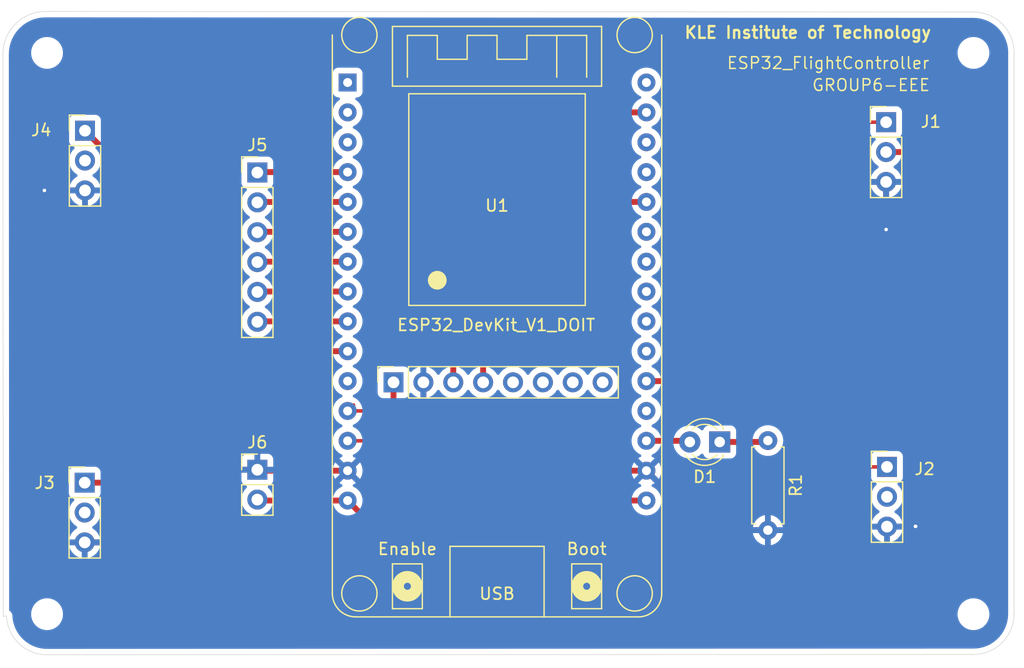
<source format=kicad_pcb>
(kicad_pcb (version 20240108) (generator "pcbnew") (generator_version "8.0")
  (title_block (title "ESP32 base Flight Controller") (date "2024-12-29") (rev "v0.1") (company "Group6-EEE_KLEIT"))
  (layers (0 "F.Cu" signal) (31 "B.Cu" signal) (34 "B.Paste" user) (35 "F.Paste" user) (36 "B.SilkS" user "B.Silkscreen") (37 "F.SilkS" user "F.Silkscreen") (38 "B.Mask" user) (39 "F.Mask" user) (44 "Edge.Cuts" user))
  (net 0 "")
  (net 1 "Net-(D1-A)")
  (net 2 "Net-(D1-K)")
  (net 21 "GND")
  (net 23 "SCL")
  (net 25 "VCC")
  (net 26 "SDA")
  (net 27 "/S1")
  (net 28 "/VIN")
  (net 29 "/S2")
  (net 30 "/S3")
  (net 31 "/S4")
  (net 32 "/T4")
  (net 33 "/T2")
  (net 34 "/T5")
  (net 35 "/T3")
  (net 36 "/T6")
  (net 37 "/T1")
  (footprint "MountingHole:MountingHole_2.2mm_M2" (layer "F.Cu") (at 100.625 73.925)
    (property "Reference" "H3" (hide yes))
    (property "Value" "MountingHole" (hide yes))
    (pad "" np_thru_hole circle (at 0 0) (size 2.2 2.2) (drill 2.2) (layers "*.Cu" "*.Mask"))
  )
  (footprint "Connector_PinHeader_2.54mm:PinHeader_1x02_P2.54mm_Vertical" (layer "F.Cu") (at 118.5 109.385)
    (property "Reference" "J6" (at 0 -2.33 0) (layer "F.SilkS"))
    (property "Value" "Conn_01x02_Pin" (hide yes))
    (fp_line (start -1.33 -1.33) (end 0 -1.33) (stroke (width 0.12)) (layer "F.SilkS"))
    (fp_line (start -1.33 0) (end -1.33 -1.33) (stroke (width 0.12)) (layer "F.SilkS"))
    (fp_line (start -1.33 1.27) (end -1.33 3.87) (stroke (width 0.12)) (layer "F.SilkS"))
    (fp_line (start -1.33 1.27) (end 1.33 1.27) (stroke (width 0.12)) (layer "F.SilkS"))
    (fp_line (start -1.33 3.87) (end 1.33 3.87) (stroke (width 0.12)) (layer "F.SilkS"))
    (fp_line (start 1.33 1.27) (end 1.33 3.87) (stroke (width 0.12)) (layer "F.SilkS"))
    (pad "1" thru_hole rect (at 0 0) (size 1.7 1.7) (drill 1) (layers "*.Cu" "*.Mask") (net 21 "GND"))
    (pad "2" thru_hole oval (at 0 2.54) (size 1.7 1.7) (drill 1) (layers "*.Cu" "*.Mask") (net 28 "/VIN"))
  )
  (footprint "Connector_PinHeader_2.54mm:PinHeader_1x06_P2.54mm_Vertical" (layer "F.Cu") (at 118.5 84.1)
    (property "Reference" "J5" (at 0 -2.33 0) (layer "F.SilkS"))
    (property "Value" "Conn_01x06_Pin" (hide yes))
    (fp_line (start -1.33 -1.33) (end 0 -1.33) (stroke (width 0.12)) (layer "F.SilkS"))
    (fp_line (start -1.33 0) (end -1.33 -1.33) (stroke (width 0.12)) (layer "F.SilkS"))
    (fp_line (start -1.33 1.27) (end -1.33 14.03) (stroke (width 0.12)) (layer "F.SilkS"))
    (fp_line (start -1.33 1.27) (end 1.33 1.27) (stroke (width 0.12)) (layer "F.SilkS"))
    (fp_line (start -1.33 14.03) (end 1.33 14.03) (stroke (width 0.12)) (layer "F.SilkS"))
    (fp_line (start 1.33 1.27) (end 1.33 14.03) (stroke (width 0.12)) (layer "F.SilkS"))
    (pad "1" thru_hole rect (at 0 0) (size 1.7 1.7) (drill 1) (layers "*.Cu" "*.Mask") (net 37 "/T1"))
    (pad "2" thru_hole oval (at 0 2.54) (size 1.7 1.7) (drill 1) (layers "*.Cu" "*.Mask") (net 33 "/T2"))
    (pad "3" thru_hole oval (at 0 5.08) (size 1.7 1.7) (drill 1) (layers "*.Cu" "*.Mask") (net 35 "/T3"))
    (pad "4" thru_hole oval (at 0 7.62) (size 1.7 1.7) (drill 1) (layers "*.Cu" "*.Mask") (net 32 "/T4"))
    (pad "5" thru_hole oval (at 0 10.16) (size 1.7 1.7) (drill 1) (layers "*.Cu" "*.Mask") (net 34 "/T5"))
    (pad "6" thru_hole oval (at 0 12.7) (size 1.7 1.7) (drill 1) (layers "*.Cu" "*.Mask") (net 36 "/T6"))
  )
  (footprint "MountingHole:MountingHole_2.2mm_M2" (layer "F.Cu") (at 100.625 121.675)
    (property "Reference" "H4" (hide yes))
    (property "Value" "MountingHole" (hide yes))
    (pad "" np_thru_hole circle (at 0 0) (size 2.2 2.2) (drill 2.2) (layers "*.Cu" "*.Mask"))
  )
  (footprint "Connector_PinHeader_2.54mm:PinHeader_1x03_P2.54mm_Vertical" (layer "F.Cu") (at 171.95 79.82)
    (property "Reference" "J1" (at 3.8 -0.045 0) (layer "F.SilkS"))
    (property "Value" "Conn_01x03_Pin" (hide yes))
    (fp_line (start -1.33 -1.33) (end 0 -1.33) (stroke (width 0.12)) (layer "F.SilkS"))
    (fp_line (start -1.33 0) (end -1.33 -1.33) (stroke (width 0.12)) (layer "F.SilkS"))
    (fp_line (start -1.33 1.27) (end -1.33 6.41) (stroke (width 0.12)) (layer "F.SilkS"))
    (fp_line (start -1.33 1.27) (end 1.33 1.27) (stroke (width 0.12)) (layer "F.SilkS"))
    (fp_line (start -1.33 6.41) (end 1.33 6.41) (stroke (width 0.12)) (layer "F.SilkS"))
    (fp_line (start 1.33 1.27) (end 1.33 6.41) (stroke (width 0.12)) (layer "F.SilkS"))
    (pad "1" thru_hole rect (at 0 0) (size 1.7 1.7) (drill 1) (layers "*.Cu" "*.Mask") (net 27 "/S1"))
    (pad "2" thru_hole oval (at 0 2.54) (size 1.7 1.7) (drill 1) (layers "*.Cu" "*.Mask") (net 28 "/VIN"))
    (pad "3" thru_hole oval (at 0 5.08) (size 1.7 1.7) (drill 1) (layers "*.Cu" "*.Mask") (net 21 "GND"))
  )
  (footprint "Connector_PinSocket_2.54mm:PinSocket_1x08_P2.54mm_Vertical" (layer "F.Cu") (at 130.075 101.95 90)
    (property "Reference" "J7")
    (property "Value" "Conn_01x08_Socket" (hide yes))
    (fp_line (start 1.33 -1.33) (end 1.33 0) (stroke (width 0.12)) (layer "F.SilkS"))
    (fp_line (start 0 -1.33) (end 1.33 -1.33) (stroke (width 0.12)) (layer "F.SilkS"))
    (fp_line (start 1.33 1.27) (end 1.33 19.11) (stroke (width 0.12)) (layer "F.SilkS"))
    (fp_line (start -1.33 1.27) (end 1.33 1.27) (stroke (width 0.12)) (layer "F.SilkS"))
    (fp_line (start -1.33 1.27) (end -1.33 19.11) (stroke (width 0.12)) (layer "F.SilkS"))
    (fp_line (start -1.33 19.11) (end 1.33 19.11) (stroke (width 0.12)) (layer "F.SilkS"))
    (pad "1" thru_hole rect (at 0 0 90) (size 1.7 1.7) (drill 1) (layers "*.Cu" "*.Mask") (net 25 "VCC"))
    (pad "2" thru_hole oval (at 0 2.54 90) (size 1.7 1.7) (drill 1) (layers "*.Cu" "*.Mask") (net 21 "GND"))
    (pad "3" thru_hole oval (at 0 5.08 90) (size 1.7 1.7) (drill 1) (layers "*.Cu" "*.Mask") (net 23 "SCL"))
    (pad "4" thru_hole oval (at 0 7.62 90) (size 1.7 1.7) (drill 1) (layers "*.Cu" "*.Mask") (net 26 "SDA"))
    (pad "5" thru_hole oval (at 0 10.16 90) (size 1.7 1.7) (drill 1) (layers "*.Cu" "*.Mask"))
    (pad "6" thru_hole oval (at 0 12.7 90) (size 1.7 1.7) (drill 1) (layers "*.Cu" "*.Mask"))
    (pad "7" thru_hole oval (at 0 15.24 90) (size 1.7 1.7) (drill 1) (layers "*.Cu" "*.Mask"))
    (pad "8" thru_hole oval (at 0 17.78 90) (size 1.7 1.7) (drill 1) (layers "*.Cu" "*.Mask"))
  )
  (footprint "LED_THT:LED_D3.0mm" (layer "F.Cu") (at 157.8 107.025 180)
    (property "Reference" "D1" (at 1.27 -2.96 0) (layer "F.SilkS"))
    (property "Value" "LED")
    (fp_line (start -0.29 1.08) (end -0.29 1.236) (stroke (width 0.12)) (layer "F.SilkS"))
    (fp_line (start -0.29 -1.236) (end -0.29 -1.08) (stroke (width 0.12)) (layer "F.SilkS"))
    (fp_arc (start 2.941397 1.080061) (mid 1.365624 1.987701) (end -0.29 1.235516) (stroke (width 0.12)) (layer "F.SilkS"))
    (fp_arc (start 2.31091 1.080049) (mid 1.269965 1.5) (end 0.229039 1.08) (stroke (width 0.12)) (layer "F.SilkS"))
    (fp_arc (start 0.229039 -1.08) (mid 1.269965 -1.5) (end 2.31091 -1.080049) (stroke (width 0.12)) (layer "F.SilkS"))
    (fp_arc (start -0.29 -1.235516) (mid 1.365624 -1.987701) (end 2.941397 -1.080061) (stroke (width 0.12)) (layer "F.SilkS"))
    (pad "1" thru_hole rect (at 0 0 180) (size 1.8 1.8) (drill 0.9) (layers "*.Cu" "*.Mask") (net 2 "Net-(D1-K)"))
    (pad "2" thru_hole circle (at 2.54 0 180) (size 1.8 1.8) (drill 0.9) (layers "*.Cu" "*.Mask") (net 1 "Net-(D1-A)"))
  )
  (footprint "esp32_devkit_v1_doit:esp32_devkit_v1_doit" (layer "F.Cu") (at 138.875 76.445)
    (property "Reference" "U1" (at 0 10.47 0) (layer "F.SilkS"))
    (property "Value" "ESP32_DevKit_V1_DOIT" (at -0.075 20.63 0) (layer "F.SilkS"))
    (fp_line (start -14 -4.04) (end -14 43.46) (stroke (width 0.12)) (layer "F.SilkS"))
    (fp_line (start -12 45.46) (end 12 45.46) (stroke (width 0.12)) (layer "F.SilkS"))
    (fp_line (start -8.89 -4.77) (end 8.89 -4.77) (stroke (width 0.12)) (layer "F.SilkS"))
    (fp_line (start -8.89 0.31) (end -8.89 -4.77) (stroke (width 0.12)) (layer "F.SilkS"))
    (fp_line (start -8.89 40.95) (end -6.35 40.95) (stroke (width 0.12)) (layer "F.SilkS"))
    (fp_line (start -8.89 44.76) (end -8.89 40.95) (stroke (width 0.12)) (layer "F.SilkS"))
    (fp_line (start -7.62 -4.008) (end -5.08 -4.008) (stroke (width 0.12)) (layer "F.SilkS"))
    (fp_line (start -7.62 -0.452) (end -7.62 -4.008) (stroke (width 0.12)) (layer "F.SilkS"))
    (fp_line (start -7.5 0.96) (end 7.5 0.96) (stroke (width 0.12)) (layer "F.SilkS"))
    (fp_line (start -7.5 18.96) (end -7.5 0.96) (stroke (width 0.12)) (layer "F.SilkS"))
    (fp_line (start -6.35 40.95) (end -6.35 44.76) (stroke (width 0.12)) (layer "F.SilkS"))
    (fp_line (start -6.35 44.76) (end -8.89 44.76) (stroke (width 0.12)) (layer "F.SilkS"))
    (fp_line (start -5.08 -4.008) (end -5.08 -1.976) (stroke (width 0.12)) (layer "F.SilkS"))
    (fp_line (start -5.08 -1.976) (end -2.54 -1.976) (stroke (width 0.12)) (layer "F.SilkS"))
    (fp_line (start -4 39.46) (end -4 45.46) (stroke (width 0.12)) (layer "F.SilkS"))
    (fp_line (start -4 39.46) (end 4 39.46) (stroke (width 0.12)) (layer "F.SilkS"))
    (fp_line (start -2.54 -4.008) (end 0 -4.008) (stroke (width 0.12)) (layer "F.SilkS"))
    (fp_line (start -2.54 -1.976) (end -2.54 -4.008) (stroke (width 0.12)) (layer "F.SilkS"))
    (fp_line (start 0 -4.008) (end 0 -1.976) (stroke (width 0.12)) (layer "F.SilkS"))
    (fp_line (start 0 -1.976) (end 2.54 -1.976) (stroke (width 0.12)) (layer "F.SilkS"))
    (fp_line (start 2.54 -4.008) (end 7.62 -4.008) (stroke (width 0.12)) (layer "F.SilkS"))
    (fp_line (start 2.54 -1.976) (end 2.54 -4.008) (stroke (width 0.12)) (layer "F.SilkS"))
    (fp_line (start 4 39.46) (end 4 45.46) (stroke (width 0.12)) (layer "F.SilkS"))
    (fp_line (start 5.08 -4.008) (end 5.08 -0.452) (stroke (width 0.12)) (layer "F.SilkS"))
    (fp_line (start 6.35 40.95) (end 8.89 40.95) (stroke (width 0.12)) (layer "F.SilkS"))
    (fp_line (start 6.35 44.76) (end 6.35 40.95) (stroke (width 0.12)) (layer "F.SilkS"))
    (fp_line (start 7.5 0.96) (end 7.5 18.96) (stroke (width 0.12)) (layer "F.SilkS"))
    (fp_line (start 7.5 18.96) (end -7.5 18.96) (stroke (width 0.12)) (layer "F.SilkS"))
    (fp_line (start 7.62 -4.008) (end 7.62 -0.452) (stroke (width 0.12)) (layer "F.SilkS"))
    (fp_line (start 8.89 -4.77) (end 8.89 0.31) (stroke (width 0.12)) (layer "F.SilkS"))
    (fp_line (start 8.89 0.31) (end -8.89 0.31) (stroke (width 0.12)) (layer "F.SilkS"))
    (fp_line (start 8.89 40.95) (end 8.89 44.76) (stroke (width 0.12)) (layer "F.SilkS"))
    (fp_line (start 8.89 44.76) (end 6.35 44.76) (stroke (width 0.12)) (layer "F.SilkS"))
    (fp_line (start 14 43.46) (end 14 -4.04) (stroke (width 0.12)) (layer "F.SilkS"))
    (fp_arc (start -12 45.46) (mid -13.414214 44.874214) (end -14 43.46) (stroke (width 0.12)) (layer "F.SilkS"))
    (fp_arc (start 14 43.46) (mid 13.414214 44.874214) (end 12 45.46) (stroke (width 0.12)) (layer "F.SilkS"))
    (fp_circle (center -11.7 -4.04) (end -10.2 -4.04) (stroke (width 0.12)) (fill none) (layer "F.SilkS"))
    (fp_circle (center -11.7 43.46) (end -10.2 43.46) (stroke (width 0.12)) (fill none) (layer "F.SilkS"))
    (fp_circle (center -7.62 42.855) (end -7.32 42.855) (stroke (width 1)) (fill none) (layer "F.SilkS"))
    (fp_circle (center -5.08 16.82) (end -4.68 16.82) (stroke (width 0.8)) (fill none) (layer "F.SilkS"))
    (fp_circle (center 7.62 42.855) (end 7.92 42.855) (stroke (width 1)) (fill none) (layer "F.SilkS"))
    (fp_circle (center 11.7 -4.04) (end 13.2 -4.04) (stroke (width 0.12)) (fill none) (layer "F.SilkS"))
    (fp_circle (center 11.7 43.46) (end 13.2 43.46) (stroke (width 0.12)) (fill none) (layer "F.SilkS"))
    (fp_text user "Boot" (at 7.62 39.68 0) (layer "F.SilkS"))
    (fp_text user "USB" (at 0 43.49 0) (layer "F.SilkS"))
    (fp_text user "Enable" (at -7.62 39.68 0) (layer "F.SilkS"))
    (pad "1" thru_hole rect (at -12.7 0) (size 1.524 1.524) (drill 0.762) (layers "*.Cu" "*.Mask"))
    (pad "2" thru_hole circle (at -12.7 2.54) (size 1.524 1.524) (drill 0.762) (layers "*.Cu" "*.Mask"))
    (pad "3" thru_hole circle (at -12.7 5.08) (size 1.524 1.524) (drill 0.762) (layers "*.Cu" "*.Mask"))
    (pad "4" thru_hole circle (at -12.7 7.62) (size 1.524 1.524) (drill 0.762) (layers "*.Cu" "*.Mask") (net 37 "/T1"))
    (pad "5" thru_hole circle (at -12.7 10.16) (size 1.524 1.524) (drill 0.762) (layers "*.Cu" "*.Mask") (net 33 "/T2"))
    (pad "6" thru_hole circle (at -12.7 12.7) (size 1.524 1.524) (drill 0.762) (layers "*.Cu" "*.Mask") (net 35 "/T3"))
    (pad "7" thru_hole circle (at -12.7 15.24) (size 1.524 1.524) (drill 0.762) (layers "*.Cu" "*.Mask") (net 32 "/T4"))
    (pad "8" thru_hole circle (at -12.7 17.78) (size 1.524 1.524) (drill 0.762) (layers "*.Cu" "*.Mask") (net 34 "/T5"))
    (pad "9" thru_hole circle (at -12.7 20.32) (size 1.524 1.524) (drill 0.762) (layers "*.Cu" "*.Mask") (net 36 "/T6"))
    (pad "10" thru_hole circle (at -12.7 22.86) (size 1.524 1.524) (drill 0.762) (layers "*.Cu" "*.Mask") (net 31 "/S4"))
    (pad "11" thru_hole circle (at -12.7 25.4) (size 1.524 1.524) (drill 0.762) (layers "*.Cu" "*.Mask"))
    (pad "12" thru_hole circle (at -12.7 27.94) (size 1.524 1.524) (drill 0.762) (layers "*.Cu" "*.Mask") (net 27 "/S1"))
    (pad "13" thru_hole circle (at -12.7 30.48) (size 1.524 1.524) (drill 0.762) (layers "*.Cu" "*.Mask") (net 29 "/S2"))
    (pad "14" thru_hole circle (at -12.7 33.02) (size 1.524 1.524) (drill 0.762) (layers "*.Cu" "*.Mask") (net 21 "GND"))
    (pad "15" thru_hole circle (at -12.7 35.56) (size 1.524 1.524) (drill 0.762) (layers "*.Cu" "*.Mask") (net 28 "/VIN"))
    (pad "16" thru_hole circle (at 12.7 35.56) (size 1.524 1.524) (drill 0.762) (layers "*.Cu" "*.Mask") (net 25 "VCC"))
    (pad "17" thru_hole circle (at 12.7 33.02) (size 1.524 1.524) (drill 0.762) (layers "*.Cu" "*.Mask") (net 21 "GND"))
    (pad "18" thru_hole circle (at 12.7 30.48) (size 1.524 1.524) (drill 0.762) (layers "*.Cu" "*.Mask") (net 1 "Net-(D1-A)"))
    (pad "19" thru_hole circle (at 12.7 27.94) (size 1.524 1.524) (drill 0.762) (layers "*.Cu" "*.Mask"))
    (pad "20" thru_hole circle (at 12.7 25.4) (size 1.524 1.524) (drill 0.762) (layers "*.Cu" "*.Mask") (net 30 "/S3"))
    (pad "21" thru_hole circle (at 12.7 22.86) (size 1.524 1.524) (drill 0.762) (layers "*.Cu" "*.Mask"))
    (pad "22" thru_hole circle (at 12.7 20.32) (size 1.524 1.524) (drill 0.762) (layers "*.Cu" "*.Mask"))
    (pad "23" thru_hole circle (at 12.7 17.78) (size 1.524 1.524) (drill 0.762) (layers "*.Cu" "*.Mask"))
    (pad "24" thru_hole circle (at 12.7 15.24) (size 1.524 1.524) (drill 0.762) (layers "*.Cu" "*.Mask"))
    (pad "25" thru_hole circle (at 12.7 12.7) (size 1.524 1.524) (drill 0.762) (layers "*.Cu" "*.Mask"))
    (pad "26" thru_hole circle (at 12.7 10.16) (size 1.524 1.524) (drill 0.762) (layers "*.Cu" "*.Mask") (net 26 "SDA"))
    (pad "27" thru_hole circle (at 12.7 7.62) (size 1.524 1.524) (drill 0.762) (layers "*.Cu" "*.Mask"))
    (pad "28" thru_hole circle (at 12.7 5.08) (size 1.524 1.524) (drill 0.762) (layers "*.Cu" "*.Mask"))
    (pad "29" thru_hole circle (at 12.7 2.54) (size 1.524 1.524) (drill 0.762) (layers "*.Cu" "*.Mask") (net 23 "SCL"))
    (pad "30" thru_hole circle (at 12.7 0) (size 1.524 1.524) (drill 0.762) (layers "*.Cu" "*.Mask"))
  )
  (footprint "Connector_PinHeader_2.54mm:PinHeader_1x03_P2.54mm_Vertical" (layer "F.Cu") (at 172.025 109.145)
    (property "Reference" "J2" (at 3.2 0.18 0) (layer "F.SilkS"))
    (property "Value" "Conn_01x03_Pin" (hide yes))
    (fp_line (start -1.33 -1.33) (end 0 -1.33) (stroke (width 0.12)) (layer "F.SilkS"))
    (fp_line (start -1.33 0) (end -1.33 -1.33) (stroke (width 0.12)) (layer "F.SilkS"))
    (fp_line (start -1.33 1.27) (end -1.33 6.41) (stroke (width 0.12)) (layer "F.SilkS"))
    (fp_line (start -1.33 1.27) (end 1.33 1.27) (stroke (width 0.12)) (layer "F.SilkS"))
    (fp_line (start -1.33 6.41) (end 1.33 6.41) (stroke (width 0.12)) (layer "F.SilkS"))
    (fp_line (start 1.33 1.27) (end 1.33 6.41) (stroke (width 0.12)) (layer "F.SilkS"))
    (pad "1" thru_hole rect (at 0 0) (size 1.7 1.7) (drill 1) (layers "*.Cu" "*.Mask") (net 29 "/S2"))
    (pad "2" thru_hole oval (at 0 2.54) (size 1.7 1.7) (drill 1) (layers "*.Cu" "*.Mask"))
    (pad "3" thru_hole oval (at 0 5.08) (size 1.7 1.7) (drill 1) (layers "*.Cu" "*.Mask") (net 21 "GND"))
  )
  (footprint "Resistor_THT:R_Axial_DIN0207_L6.3mm_D2.5mm_P7.62mm_Horizontal" (layer "F.Cu") (at 161.9 106.905 -90)
    (property "Reference" "R1" (at 3.81 -2.37 90) (layer "F.SilkS"))
    (property "Value" "220")
    (fp_line (start 0.54 1.37) (end 7.08 1.37) (stroke (width 0.12)) (layer "F.SilkS"))
    (fp_line (start 7.08 1.37) (end 7.08 1.04) (stroke (width 0.12)) (layer "F.SilkS"))
    (fp_line (start 0.54 1.04) (end 0.54 1.37) (stroke (width 0.12)) (layer "F.SilkS"))
    (fp_line (start 0.54 -1.04) (end 0.54 -1.37) (stroke (width 0.12)) (layer "F.SilkS"))
    (fp_line (start 0.54 -1.37) (end 7.08 -1.37) (stroke (width 0.12)) (layer "F.SilkS"))
    (fp_line (start 7.08 -1.37) (end 7.08 -1.04) (stroke (width 0.12)) (layer "F.SilkS"))
    (pad "1" thru_hole circle (at 0 0 270) (size 1.6 1.6) (drill 0.8) (layers "*.Cu" "*.Mask") (net 2 "Net-(D1-K)"))
    (pad "2" thru_hole oval (at 7.62 0 270) (size 1.6 1.6) (drill 0.8) (layers "*.Cu" "*.Mask") (net 21 "GND"))
  )
  (footprint "MountingHole:MountingHole_2.2mm_M2" (layer "F.Cu") (at 179.375 73.925)
    (property "Reference" "H1" (hide yes))
    (property "Value" "MountingHole" (hide yes))
    (pad "" np_thru_hole circle (at 0 0) (size 2.2 2.2) (drill 2.2) (layers "*.Cu" "*.Mask"))
  )
  (footprint "Connector_PinHeader_2.54mm:PinHeader_1x03_P2.54mm_Vertical" (layer "F.Cu") (at 103.825 110.485)
    (property "Reference" "J3" (at -3.4 0.015 0) (layer "F.SilkS"))
    (property "Value" "Conn_01x03_Pin" (hide yes))
    (fp_line (start -1.33 -1.33) (end 0 -1.33) (stroke (width 0.12)) (layer "F.SilkS"))
    (fp_line (start -1.33 0) (end -1.33 -1.33) (stroke (width 0.12)) (layer "F.SilkS"))
    (fp_line (start -1.33 1.27) (end -1.33 6.41) (stroke (width 0.12)) (layer "F.SilkS"))
    (fp_line (start -1.33 1.27) (end 1.33 1.27) (stroke (width 0.12)) (layer "F.SilkS"))
    (fp_line (start -1.33 6.41) (end 1.33 6.41) (stroke (width 0.12)) (layer "F.SilkS"))
    (fp_line (start 1.33 1.27) (end 1.33 6.41) (stroke (width 0.12)) (layer "F.SilkS"))
    (pad "1" thru_hole rect (at 0 0) (size 1.7 1.7) (drill 1) (layers "*.Cu" "*.Mask") (net 30 "/S3"))
    (pad "2" thru_hole oval (at 0 2.54) (size 1.7 1.7) (drill 1) (layers "*.Cu" "*.Mask"))
    (pad "3" thru_hole oval (at 0 5.08) (size 1.7 1.7) (drill 1) (layers "*.Cu" "*.Mask") (net 21 "GND"))
  )
  (footprint "MountingHole:MountingHole_2.2mm_M2" (layer "F.Cu") (at 179.375 121.675)
    (property "Reference" "H2" (hide yes))
    (property "Value" "MountingHole" (hide yes))
    (pad "" np_thru_hole circle (at 0 0) (size 2.2 2.2) (drill 2.2) (layers "*.Cu" "*.Mask"))
  )
  (footprint "Connector_PinHeader_2.54mm:PinHeader_1x03_P2.54mm_Vertical" (layer "F.Cu") (at 103.85 80.545)
    (property "Reference" "J4" (at -3.725 -0.045 0) (layer "F.SilkS"))
    (property "Value" "Conn_01x03_Pin" (hide yes))
    (fp_line (start -1.33 -1.33) (end 0 -1.33) (stroke (width 0.12)) (layer "F.SilkS"))
    (fp_line (start -1.33 0) (end -1.33 -1.33) (stroke (width 0.12)) (layer "F.SilkS"))
    (fp_line (start -1.33 1.27) (end -1.33 6.41) (stroke (width 0.12)) (layer "F.SilkS"))
    (fp_line (start -1.33 1.27) (end 1.33 1.27) (stroke (width 0.12)) (layer "F.SilkS"))
    (fp_line (start -1.33 6.41) (end 1.33 6.41) (stroke (width 0.12)) (layer "F.SilkS"))
    (fp_line (start 1.33 1.27) (end 1.33 6.41) (stroke (width 0.12)) (layer "F.SilkS"))
    (pad "1" thru_hole rect (at 0 0) (size 1.7 1.7) (drill 1) (layers "*.Cu" "*.Mask") (net 31 "/S4"))
    (pad "2" thru_hole oval (at 0 2.54) (size 1.7 1.7) (drill 1) (layers "*.Cu" "*.Mask"))
    (pad "3" thru_hole oval (at 0 5.08) (size 1.7 1.7) (drill 1) (layers "*.Cu" "*.Mask") (net 21 "GND"))
  )
  (gr_arc (start 96.874656 74.025) (mid 97.954234 71.443878) (end 100.55 70.400001) (stroke (width 0.05)) (layer "Edge.Cuts"))
  (gr_arc (start 100.777202 125.124903) (mid 98.292361 124.221329) (end 97.175 121.825) (stroke (width 0.05)) (layer "Edge.Cuts"))
  (gr_arc (start 179.375 70.445565) (mid 181.878762 71.520022) (end 182.824999 74.075) (stroke (width 0.05)) (layer "Edge.Cuts"))
  (gr_line (start 100.777202 125.124903) (end 179.35 125.1) (stroke (width 0.05)) (layer "Edge.Cuts"))
  (gr_line (start 182.82509 121.65) (end 182.825 74.075) (stroke (width 0.05)) (layer "Edge.Cuts"))
  (gr_line (start 96.874656 74.025) (end 96.9 121.85) (stroke (width 0.05)) (layer "Edge.Cuts"))
  (gr_line (start 96.9 121.85) (end 97.175 121.825) (stroke (width 0.05)) (layer "Edge.Cuts"))
  (gr_arc (start 182.82509 121.65) (mid 181.805727 124.098405) (end 179.35 125.099999) (stroke (width 0.05)) (layer "Edge.Cuts"))
  (gr_line (start 179.375 70.445565) (end 100.55 70.4) (stroke (width 0.05)) (layer "Edge.Cuts"))
  (gr_text "GROUP6-EEE" (at 175.75 77.25 0) (layer "F.SilkS") (effects (font (size 1 1) (thickness 0.125)) (justify right bottom)))
  (gr_text "ESP32_FlightController" (at 175.7 75.375 0) (layer "F.SilkS") (effects (font (size 1 1) (thickness 0.125)) (justify right bottom)))
  (gr_text "KLE Institute of Technology" (at 175.875 72.775 0) (layer "F.SilkS") (effects (font (size 1 1) (thickness 0.2) (bold yes)) (justify right bottom)))
  (segment (start 155.16 106.925) (end 155.26 107.025) (width 0.5) (layer "F.Cu") (net 1))
  (segment (start 151.575 106.925) (end 155.16 106.925) (width 0.5) (layer "F.Cu") (net 1))
  (segment (start 161.78 107.025) (end 161.9 106.905) (width 0.5) (layer "F.Cu") (net 2))
  (segment (start 157.8 107.025) (end 161.78 107.025) (width 0.5) (layer "F.Cu") (net 2))
  (segment (start 171.95 84.9) (end 171.95 88.95) (width 0.5) (layer "F.Cu") (net 21))
  (segment (start 144.475 105.5) (end 148.44 109.465) (width 0.5) (layer "F.Cu") (net 21))
  (segment (start 132.615 101.95) (end 132.615 104.365) (width 0.5) (layer "F.Cu") (net 21))
  (segment (start 172.025 114.225) (end 174.425 114.225) (width 0.5) (layer "F.Cu") (net 21))
  (segment (start 113.94 109.385) (end 118.5 109.385) (width 0.5) (layer "F.Cu") (net 21))
  (segment (start 118.58 109.465) (end 118.5 109.385) (width 0.5) (layer "F.Cu") (net 21))
  (segment (start 156.635 114.525) (end 151.575 109.465) (width 0.5) (layer "F.Cu") (net 21))
  (segment (start 174.425 114.225) (end 174.45 114.2) (width 0.5) (layer "F.Cu") (net 21))
  (segment (start 132.615 104.365) (end 133.75 105.5) (width 0.5) (layer "F.Cu") (net 21))
  (segment (start 126.175 109.465) (end 118.58 109.465) (width 0.5) (layer "F.Cu") (net 21))
  (segment (start 103.85 85.625) (end 100.4 85.625) (width 0.5) (layer "F.Cu") (net 21))
  (segment (start 161.9 114.525) (end 156.635 114.525) (width 0.5) (layer "F.Cu") (net 21))
  (segment (start 148.44 109.465) (end 151.575 109.465) (width 0.5) (layer "F.Cu") (net 21))
  (segment (start 133.75 105.5) (end 144.475 105.5) (width 0.5) (layer "F.Cu") (net 21))
  (segment (start 171.975 88.975) (end 171.95 88.95) (width 0.5) (layer "F.Cu") (net 21))
  (segment (start 103.825 115.565) (end 107.76 115.565) (width 0.5) (layer "F.Cu") (net 21))
  (segment (start 107.76 115.565) (end 113.94 109.385) (width 0.5) (layer "F.Cu") (net 21))
  (via (at 100.4 85.625) (size 0.6) (drill 0.3) (layers "F.Cu" "B.Cu") (net 21))
  (via (at 174.45 114.2) (size 0.6) (drill 0.3) (layers "F.Cu" "B.Cu") (net 21))
  (via (at 171.95 88.95) (size 0.6) (drill 0.3) (layers "F.Cu" "B.Cu") (net 21))
  (via (at 174.45 114.2) (size 0.6) (drill 0.3) (layers "F.Cu" "B.Cu") (net 21))
  (segment (start 143.415 78.985) (end 151.575 78.985) (width 0.5) (layer "F.Cu") (net 23))
  (segment (start 143.415 78.985) (end 135.155 87.245) (width 0.5) (layer "F.Cu") (net 23))
  (segment (start 135.155 87.245) (end 135.155 101.95) (width 0.5) (layer "F.Cu") (net 23))
  (segment (start 130.075 104.075) (end 132.675 106.675) (width 0.5) (layer "F.Cu") (net 25))
  (segment (start 144.15 106.675) (end 149.48 112.005) (width 0.5) (layer "F.Cu") (net 25))
  (segment (start 132.675 106.675) (end 144.15 106.675) (width 0.5) (layer "F.Cu") (net 25))
  (segment (start 130.075 101.95) (end 130.075 104.075) (width 0.5) (layer "F.Cu") (net 25))
  (segment (start 149.48 112.005) (end 151.575 112.005) (width 0.5) (layer "F.Cu") (net 25))
  (segment (start 137.695 91.13) (end 137.695 101.95) (width 0.5) (layer "F.Cu") (net 26))
  (segment (start 151.575 86.605) (end 142.22 86.605) (width 0.5) (layer "F.Cu") (net 26))
  (segment (start 142.22 86.605) (end 137.695 91.13) (width 0.5) (layer "F.Cu") (net 26))
  (segment (start 166.9 110.225) (end 165.125 112) (width 0.3) (layer "F.Cu") (net 27))
  (segment (start 126.68212 103.87788) (end 126.175 104.385) (width 0.3) (layer "F.Cu") (net 27))
  (segment (start 165.125 112) (end 165.125 117.925) (width 0.3) (layer "F.Cu") (net 27))
  (segment (start 148.35 113.875) (end 142.275 107.8) (width 0.3) (layer "F.Cu") (net 27))
  (segment (start 155.125 117.925) (end 151.075 113.875) (width 0.3) (layer "F.Cu") (net 27))
  (segment (start 128.16 104.385) (end 126.175 104.385) (width 0.3) (layer "F.Cu") (net 27))
  (segment (start 171.95 79.82) (end 168.18 79.82) (width 0.3) (layer "F.Cu") (net 27))
  (segment (start 151.075 113.875) (end 148.35 113.875) (width 0.3) (layer "F.Cu") (net 27))
  (segment (start 168.18 79.82) (end 166.9 81.1) (width 0.3) (layer "F.Cu") (net 27))
  (segment (start 165.125 117.925) (end 155.125 117.925) (width 0.3) (layer "F.Cu") (net 27))
  (segment (start 166.9 81.1) (end 166.9 110.225) (width 0.3) (layer "F.Cu") (net 27))
  (segment (start 131.575 107.8) (end 128.16 104.385) (width 0.3) (layer "F.Cu") (net 27))
  (segment (start 142.275 107.8) (end 131.575 107.8) (width 0.3) (layer "F.Cu") (net 27))
  (segment (start 171.95 82.36) (end 175.735 82.36) (width 0.5) (layer "F.Cu") (net 28))
  (segment (start 177.125 117.45) (end 174.75 119.825) (width 0.5) (layer "F.Cu") (net 28))
  (segment (start 126.175 112.005) (end 118.58 112.005) (width 0.5) (layer "F.Cu") (net 28))
  (segment (start 118.58 112.005) (end 118.5 111.925) (width 0.5) (layer "F.Cu") (net 28))
  (segment (start 174.75 119.825) (end 133.995 119.825) (width 0.5) (layer "F.Cu") (net 28))
  (segment (start 175.735 82.36) (end 177.125 83.75) (width 0.5) (layer "F.Cu") (net 28))
  (segment (start 177.125 83.75) (end 177.125 117.45) (width 0.5) (layer "F.Cu") (net 28))
  (segment (start 133.995 119.825) (end 126.175 112.005) (width 0.5) (layer "F.Cu") (net 28))
  (segment (start 129.725 106.925) (end 126.175 106.925) (width 0.3) (layer "F.Cu") (net 29))
  (segment (start 151.525 115.775) (end 151.525 115.6) (width 0.3) (layer "F.Cu") (net 29))
  (segment (start 147.875 115.6) (end 144.5 112.225) (width 0.3) (layer "F.Cu") (net 29))
  (segment (start 141.2 109.15) (end 131.95 109.15) (width 0.3) (layer "F.Cu") (net 29))
  (segment (start 166.375 112.125) (end 166.375 112.825) (width 0.3) (layer "F.Cu") (net 29))
  (segment (start 151.525 115.6) (end 147.875 115.6) (width 0.3) (layer "F.Cu") (net 29))
  (segment (start 166.3 118.725) (end 154.475 118.725) (width 0.3) (layer "F.Cu") (net 29))
  (segment (start 169.355 109.145) (end 166.375 112.125) (width 0.3) (layer "F.Cu") (net 29))
  (segment (start 154.475 118.725) (end 151.525 115.775) (width 0.3) (layer "F.Cu") (net 29))
  (segment (start 166.375 112.825) (end 166.3 112.9) (width 0.3) (layer "F.Cu") (net 29))
  (segment (start 131.95 109.15) (end 129.725 106.925) (width 0.3) (layer "F.Cu") (net 29))
  (segment (start 144.275 112.225) (end 141.2 109.15) (width 0.3) (layer "F.Cu") (net 29))
  (segment (start 144.5 112.225) (end 144.275 112.225) (width 0.3) (layer "F.Cu") (net 29))
  (segment (start 172.025 109.145) (end 169.355 109.145) (width 0.3) (layer "F.Cu") (net 29))
  (segment (start 166.3 112.9) (end 166.3 118.725) (width 0.3) (layer "F.Cu") (net 29))
  (segment (start 154.93 101.845) (end 151.575 101.845) (width 0.5) (layer "F.Cu") (net 30))
  (segment (start 103.2 77.525) (end 106.225 74.5) (width 0.5) (layer "F.Cu") (net 30))
  (segment (start 155 75.05) (end 155 101.775) (width 0.5) (layer "F.Cu") (net 30))
  (segment (start 108.615 110.485) (end 108.615 106.565) (width 0.5) (layer "F.Cu") (net 30))
  (segment (start 98.325 79.925) (end 100.725 77.525) (width 0.5) (layer "F.Cu") (net 30))
  (segment (start 98.325 96.275) (end 98.325 79.925) (width 0.5) (layer "F.Cu") (net 30))
  (segment (start 154.1 74.15) (end 155 75.05) (width 0.5) (layer "F.Cu") (net 30))
  (segment (start 108.615 106.565) (end 98.325 96.275) (width 0.5) (layer "F.Cu") (net 30))
  (segment (start 106.225 74.5) (end 106.225 74.15) (width 0.5) (layer "F.Cu") (net 30))
  (segment (start 106.225 74.15) (end 154.1 74.15) (width 0.5) (layer "F.Cu") (net 30))
  (segment (start 103.825 110.485) (end 108.615 110.485) (width 0.5) (layer "F.Cu") (net 30))
  (segment (start 100.725 77.525) (end 103.2 77.525) (width 0.5) (layer "F.Cu") (net 30))
  (segment (start 155 101.775) (end 154.93 101.845) (width 0.5) (layer "F.Cu") (net 30))
  (segment (start 109.9 86.595) (end 109.9 99.275) (width 0.5) (layer "F.Cu") (net 31))
  (segment (start 110.35 99.275) (end 110.38 99.305) (width 0.5) (layer "F.Cu") (net 31))
  (segment (start 109.9 99.275) (end 110.35 99.275) (width 0.5) (layer "F.Cu") (net 31))
  (segment (start 103.85 80.545) (end 109.9 86.595) (width 0.5) (layer "F.Cu") (net 31))
  (segment (start 110.38 99.305) (end 126.175 99.305) (width 0.5) (layer "F.Cu") (net 31))
  (segment (start 126.175 91.685) (end 118.535 91.685) (width 0.5) (layer "F.Cu") (net 32))
  (segment (start 118.535 91.685) (end 118.5 91.72) (width 0.5) (layer "F.Cu") (net 32))
  (segment (start 118.535 86.605) (end 118.5 86.64) (width 0.5) (layer "F.Cu") (net 33))
  (segment (start 126.175 86.605) (end 118.535 86.605) (width 0.5) (layer "F.Cu") (net 33))
  (segment (start 118.535 94.225) (end 118.5 94.26) (width 0.5) (layer "F.Cu") (net 34))
  (segment (start 126.175 94.225) (end 118.535 94.225) (width 0.5) (layer "F.Cu") (net 34))
  (segment (start 126.175 89.145) (end 118.535 89.145) (width 0.5) (layer "F.Cu") (net 35))
  (segment (start 118.535 89.145) (end 118.5 89.18) (width 0.5) (layer "F.Cu") (net 35))
  (segment (start 118.535 96.765) (end 118.5 96.8) (width 0.5) (layer "F.Cu") (net 36))
  (segment (start 126.175 96.765) (end 118.535 96.765) (width 0.5) (layer "F.Cu") (net 36))
  (segment (start 118.535 84.065) (end 118.5 84.1) (width 0.5) (layer "F.Cu") (net 37))
  (segment (start 126.175 84.065) (end 118.535 84.065) (width 0.5) (layer "F.Cu") (net 37))
  (zone (net 21) (net_name "GND") (layer "B.Cu") (connect_pads (clearance 0.5)) (min_thickness 0.25) (fill yes (thermal_gap 0.5) (thermal_bridge_width 0.5))
    (polygon (pts (xy 96.775 70.2) (xy 183.1 69.425) (xy 183.675 126.25) (xy 96.625 126.05) (xy 96.7 70.2)))
  )
)
</source>
